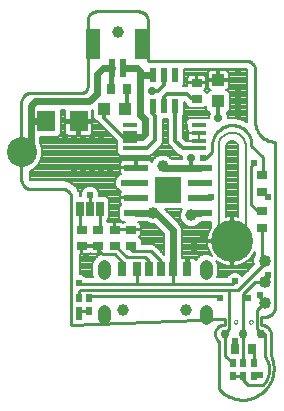
<source format=gtl>
G75*
G70*
%OFA0B0*%
%FSLAX24Y24*%
%IPPOS*%
%LPD*%
%AMOC8*
5,1,8,0,0,1.08239X$1,22.5*
%
%ADD10C,0.0050*%
%ADD11C,0.0100*%
%ADD12C,0.0000*%
%ADD13R,0.0630X0.0709*%
%ADD14R,0.0433X0.0394*%
%ADD15R,0.0394X0.0433*%
%ADD16R,0.0354X0.0250*%
%ADD17R,0.0250X0.0354*%
%ADD18R,0.0810X0.0240*%
%ADD19R,0.0900X0.0900*%
%ADD20R,0.0217X0.0472*%
%ADD21R,0.0472X0.0138*%
%ADD22R,0.0315X0.0472*%
%ADD23R,0.0299X0.0472*%
%ADD24C,0.0004*%
%ADD25C,0.0433*%
%ADD26C,0.0394*%
%ADD27R,0.0250X0.0500*%
%ADD28C,0.0400*%
%ADD29C,0.0300*%
%ADD30R,0.0236X0.0610*%
%ADD31R,0.0480X0.1000*%
%ADD32R,0.0197X0.0276*%
%ADD33C,0.1000*%
%ADD34C,0.1400*%
%ADD35C,0.0080*%
%ADD36C,0.0240*%
%ADD37C,0.0240*%
%ADD38C,0.0390*%
%ADD39C,0.0140*%
%ADD40C,0.0280*%
%ADD41C,0.0160*%
%ADD42C,0.0120*%
%ADD43C,0.0200*%
D10*
X007158Y005886D02*
X007158Y008596D01*
X007160Y008637D01*
X007165Y008677D01*
X007174Y008717D01*
X007187Y008756D01*
X007203Y008793D01*
X007222Y008829D01*
X007245Y008863D01*
X007270Y008895D01*
X007299Y008925D01*
X007329Y008952D01*
X007362Y008976D01*
X007397Y008997D01*
X007434Y009014D01*
X007472Y009029D01*
X007512Y009040D01*
X007552Y009047D01*
X007593Y009051D01*
X007633Y009051D01*
X007674Y009047D01*
X007714Y009040D01*
X007754Y009029D01*
X007792Y009014D01*
X007829Y008997D01*
X007864Y008976D01*
X007897Y008952D01*
X007927Y008925D01*
X007956Y008895D01*
X007981Y008863D01*
X008004Y008829D01*
X008023Y008793D01*
X008039Y008756D01*
X008052Y008717D01*
X008061Y008677D01*
X008066Y008637D01*
X008068Y008596D01*
X008068Y005886D01*
X008066Y005845D01*
X008061Y005805D01*
X008052Y005765D01*
X008039Y005726D01*
X008023Y005689D01*
X008004Y005653D01*
X007981Y005619D01*
X007956Y005587D01*
X007927Y005557D01*
X007897Y005530D01*
X007864Y005506D01*
X007829Y005485D01*
X007792Y005468D01*
X007754Y005453D01*
X007714Y005442D01*
X007674Y005435D01*
X007633Y005431D01*
X007593Y005431D01*
X007552Y005435D01*
X007512Y005442D01*
X007472Y005453D01*
X007434Y005468D01*
X007397Y005485D01*
X007362Y005506D01*
X007329Y005530D01*
X007299Y005557D01*
X007270Y005587D01*
X007245Y005619D01*
X007222Y005653D01*
X007203Y005689D01*
X007187Y005726D01*
X007174Y005765D01*
X007165Y005805D01*
X007160Y005845D01*
X007158Y005886D01*
D11*
X007364Y002832D02*
X002254Y002646D01*
X002254Y006898D01*
X002248Y006931D01*
X002239Y006963D01*
X002226Y006994D01*
X002210Y007023D01*
X002192Y007050D01*
X002170Y007076D01*
X002146Y007099D01*
X002120Y007119D01*
X002092Y007137D01*
X002062Y007151D01*
X002031Y007162D01*
X001999Y007170D01*
X001966Y007175D01*
X001933Y007176D01*
X001900Y007174D01*
X001899Y007174D02*
X000904Y007174D01*
X000871Y007176D01*
X000839Y007181D01*
X000807Y007189D01*
X000776Y007201D01*
X000747Y007216D01*
X000719Y007234D01*
X000693Y007255D01*
X000670Y007278D01*
X000649Y007304D01*
X000631Y007331D01*
X000616Y007361D01*
X000604Y007392D01*
X000596Y007424D01*
X000591Y007456D01*
X000589Y007489D01*
X000589Y010062D01*
X000591Y010095D01*
X000596Y010127D01*
X000604Y010159D01*
X000616Y010190D01*
X000631Y010219D01*
X000649Y010247D01*
X000670Y010273D01*
X000693Y010296D01*
X000719Y010317D01*
X000747Y010335D01*
X000776Y010350D01*
X000807Y010362D01*
X000839Y010370D01*
X000871Y010375D01*
X000904Y010377D01*
X002595Y010377D01*
X002595Y010376D02*
X002621Y010378D01*
X002646Y010383D01*
X002670Y010391D01*
X002693Y010402D01*
X002715Y010417D01*
X002734Y010434D01*
X002751Y010453D01*
X002766Y010474D01*
X002777Y010498D01*
X002785Y010522D01*
X002790Y010547D01*
X002792Y010573D01*
X002792Y012782D01*
X002794Y012815D01*
X002799Y012847D01*
X002807Y012879D01*
X002819Y012910D01*
X002834Y012939D01*
X002852Y012967D01*
X002873Y012993D01*
X002896Y013016D01*
X002922Y013037D01*
X002950Y013055D01*
X002979Y013070D01*
X003010Y013082D01*
X003042Y013090D01*
X003074Y013095D01*
X003107Y013097D01*
X004489Y013097D01*
X004522Y013095D01*
X004554Y013090D01*
X004586Y013082D01*
X004617Y013070D01*
X004646Y013055D01*
X004674Y013037D01*
X004700Y013016D01*
X004723Y012993D01*
X004744Y012967D01*
X004762Y012939D01*
X004777Y012910D01*
X004789Y012879D01*
X004797Y012847D01*
X004802Y012815D01*
X004804Y012782D01*
X004804Y011456D01*
X008073Y011456D01*
X008073Y011455D02*
X008108Y011452D01*
X008142Y011444D01*
X008175Y011433D01*
X008207Y011419D01*
X008237Y011401D01*
X008265Y011380D01*
X008291Y011356D01*
X008315Y011330D01*
X008335Y011302D01*
X008352Y011271D01*
X008367Y011239D01*
X008377Y011206D01*
X008384Y011171D01*
X008388Y011136D01*
X008387Y011101D01*
X008388Y011101D02*
X008388Y009382D01*
X008250Y008596D02*
X008650Y008246D01*
X008650Y007637D01*
X008600Y007637D01*
X008250Y007946D02*
X008350Y008046D01*
X008250Y007946D02*
X008250Y006646D01*
X008459Y006437D01*
X008600Y006437D01*
X008794Y006896D02*
X008600Y007090D01*
X008794Y006896D02*
X008800Y006896D01*
X008600Y005890D02*
X008600Y004884D01*
X008700Y004784D01*
X008687Y004684D01*
X007800Y003796D01*
X007500Y003796D01*
X002550Y003796D01*
X002500Y003746D01*
X002500Y003525D01*
X002550Y003996D02*
X004450Y003996D01*
X004438Y004008D01*
X004438Y004504D01*
X004700Y004896D02*
X004100Y004896D01*
X003723Y005273D01*
X003700Y005273D01*
X003700Y004996D02*
X003954Y004742D01*
X003954Y004504D01*
X003700Y004996D02*
X003300Y004996D01*
X003150Y005146D01*
X003150Y005273D01*
X003150Y005820D02*
X003195Y005865D01*
X003195Y006521D01*
X002875Y006521D02*
X002875Y006971D01*
X002555Y006521D02*
X002555Y005865D01*
X002600Y005820D01*
X002500Y004046D02*
X002550Y003996D01*
X002900Y003596D02*
X007150Y003596D01*
X007200Y003546D01*
X007500Y003796D02*
X007500Y002496D01*
X007387Y002384D01*
X007387Y002346D01*
X007387Y001613D01*
X007637Y001363D01*
X007167Y000520D02*
X007209Y000473D01*
X007254Y000428D01*
X007302Y000387D01*
X007352Y000348D01*
X007405Y000312D01*
X007459Y000280D01*
X007516Y000251D01*
X007574Y000225D01*
X007633Y000203D01*
X007694Y000185D01*
X007756Y000170D01*
X007819Y000160D01*
X007882Y000153D01*
X007945Y000150D01*
X008009Y000151D01*
X008072Y000156D01*
X008135Y000165D01*
X008197Y000177D01*
X008258Y000194D01*
X008318Y000214D01*
X008377Y000237D01*
X008435Y000265D01*
X008490Y000295D01*
X008544Y000329D01*
X008595Y000367D01*
X008644Y000407D01*
X008690Y000450D01*
X008734Y000496D01*
X008775Y000545D01*
X008813Y000596D01*
X008847Y000649D01*
X008878Y000705D01*
X008906Y000762D01*
X008930Y000820D01*
X008951Y000880D01*
X008968Y000942D01*
X008981Y001004D01*
X008990Y001066D01*
X008995Y001130D01*
X008997Y001193D01*
X008995Y001257D01*
X008988Y001320D01*
X008978Y001382D01*
X008964Y001444D01*
X008947Y001505D01*
X008925Y001565D01*
X008900Y001623D01*
X008900Y002331D01*
X008700Y002346D02*
X008650Y002296D01*
X008587Y002346D01*
X008587Y002359D01*
X008450Y002496D01*
X008450Y003146D01*
X008687Y003384D01*
X008700Y003384D01*
X008550Y003534D01*
X008550Y003646D01*
X009057Y003294D02*
X009055Y003255D01*
X009049Y003217D01*
X009040Y003180D01*
X009027Y003143D01*
X009010Y003108D01*
X008991Y003075D01*
X008968Y003044D01*
X008942Y003015D01*
X008913Y002989D01*
X008882Y002966D01*
X008849Y002947D01*
X008814Y002930D01*
X008777Y002917D01*
X008740Y002908D01*
X008702Y002902D01*
X008663Y002900D01*
X008663Y002901D02*
X008585Y002901D01*
X008585Y002646D01*
X008618Y002644D01*
X008650Y002639D01*
X008682Y002631D01*
X008713Y002619D01*
X008742Y002604D01*
X008770Y002586D01*
X008796Y002565D01*
X008819Y002542D01*
X008840Y002516D01*
X008858Y002488D01*
X008873Y002459D01*
X008885Y002428D01*
X008893Y002396D01*
X008898Y002364D01*
X008900Y002331D01*
X008700Y002346D02*
X008700Y001596D01*
X008337Y001770D02*
X008337Y001363D01*
X008700Y001596D02*
X008730Y001554D01*
X008756Y001510D01*
X008780Y001464D01*
X008800Y001416D01*
X008817Y001367D01*
X008830Y001317D01*
X008840Y001267D01*
X008846Y001215D01*
X008849Y001164D01*
X008848Y001112D01*
X008843Y001061D01*
X008835Y001010D01*
X008824Y000959D01*
X008809Y000910D01*
X008790Y000862D01*
X008768Y000815D01*
X008743Y000770D01*
X008715Y000726D01*
X008684Y000685D01*
X008650Y000646D01*
X008150Y000646D01*
X007987Y000809D01*
X007987Y000930D01*
X007637Y000930D01*
X007987Y001363D02*
X007987Y002346D01*
X007987Y003546D01*
X008150Y003546D01*
X007987Y003546D02*
X007987Y003684D01*
X008387Y004084D01*
X008700Y004084D01*
X008700Y004096D01*
X008800Y004196D01*
X008800Y004296D01*
X009057Y003294D02*
X009057Y008752D01*
X009057Y008751D02*
X009008Y008752D01*
X008960Y008756D01*
X008912Y008763D01*
X008864Y008774D01*
X008818Y008789D01*
X008773Y008807D01*
X008729Y008828D01*
X008687Y008853D01*
X008647Y008881D01*
X008610Y008911D01*
X008574Y008945D01*
X008541Y008981D01*
X008511Y009019D01*
X008484Y009059D01*
X008460Y009101D01*
X008439Y009145D01*
X008422Y009191D01*
X008408Y009237D01*
X008397Y009285D01*
X008391Y009333D01*
X008387Y009381D01*
X007700Y009296D02*
X007550Y009296D01*
X007700Y009296D02*
X007749Y009288D01*
X007797Y009276D01*
X007844Y009261D01*
X007889Y009242D01*
X007933Y009219D01*
X007975Y009193D01*
X008015Y009164D01*
X008053Y009132D01*
X008088Y009097D01*
X008120Y009060D01*
X008149Y009020D01*
X008174Y008977D01*
X008197Y008933D01*
X008215Y008888D01*
X008231Y008841D01*
X008242Y008793D01*
X008250Y008744D01*
X008254Y008695D01*
X008253Y008645D01*
X008250Y008596D01*
X007550Y009296D02*
X007502Y009291D01*
X007454Y009281D01*
X007407Y009269D01*
X007361Y009252D01*
X007316Y009233D01*
X007273Y009210D01*
X007232Y009184D01*
X007192Y009155D01*
X007156Y009123D01*
X007121Y009089D01*
X007089Y009052D01*
X007061Y009012D01*
X007035Y008971D01*
X007012Y008928D01*
X006993Y008883D01*
X006977Y008837D01*
X006964Y008790D01*
X006955Y008742D01*
X006950Y008693D01*
X006948Y008645D01*
X006950Y008596D01*
X006950Y008421D01*
X006750Y008221D01*
X006650Y008221D01*
X006650Y007381D02*
X006650Y007360D01*
X006530Y007380D01*
X006530Y006880D02*
X006884Y006880D01*
X006900Y006896D01*
X004900Y005096D02*
X005233Y004763D01*
X005233Y004504D01*
X004840Y004504D02*
X004840Y004757D01*
X004700Y004896D01*
X004900Y005096D02*
X004300Y005096D01*
X004250Y005146D01*
X004250Y005273D01*
X004450Y003996D02*
X005600Y003996D01*
X005635Y004031D01*
X005635Y004504D01*
X005600Y003996D02*
X007600Y003996D01*
X007700Y004096D01*
X007364Y002832D02*
X007364Y002646D01*
X007330Y002647D01*
X007296Y002644D01*
X007262Y002637D01*
X007229Y002626D01*
X007198Y002611D01*
X007169Y002593D01*
X007142Y002572D01*
X007117Y002548D01*
X007096Y002522D01*
X007077Y002493D01*
X007062Y002462D01*
X007050Y002430D01*
X007043Y002396D01*
X007039Y002362D01*
X007038Y002328D01*
X007042Y002293D01*
X007050Y002260D01*
X007061Y002228D01*
X007076Y002197D01*
X007095Y002168D01*
X007116Y002141D01*
X007141Y002117D01*
X007168Y002096D01*
X007167Y002095D02*
X007167Y000520D01*
X007714Y001846D02*
X007700Y001860D01*
X007700Y002096D01*
X008261Y001846D02*
X008337Y001770D01*
X008387Y000980D02*
X008533Y000980D01*
X008387Y000980D02*
X008374Y000978D01*
X008362Y000973D01*
X008352Y000965D01*
X008344Y000955D01*
X008339Y000943D01*
X008337Y000930D01*
X004376Y007346D02*
X004000Y007381D01*
X004376Y007346D02*
X004410Y007380D01*
X002900Y003596D02*
X002871Y003567D01*
X002871Y003546D01*
X002850Y003525D01*
X002850Y003546D01*
X002850Y003092D02*
X002500Y003092D01*
X002500Y002896D01*
D12*
X007670Y002746D02*
X007672Y002761D01*
X007677Y002775D01*
X007686Y002787D01*
X007698Y002797D01*
X007711Y002803D01*
X007726Y002806D01*
X007741Y002805D01*
X007756Y002800D01*
X007768Y002792D01*
X007779Y002781D01*
X007786Y002768D01*
X007790Y002754D01*
X007790Y002738D01*
X007786Y002724D01*
X007779Y002711D01*
X007768Y002700D01*
X007756Y002692D01*
X007741Y002687D01*
X007726Y002686D01*
X007711Y002689D01*
X007698Y002695D01*
X007686Y002705D01*
X007677Y002717D01*
X007672Y002731D01*
X007670Y002746D01*
X008180Y002746D02*
X008182Y002761D01*
X008187Y002775D01*
X008196Y002787D01*
X008208Y002797D01*
X008221Y002803D01*
X008236Y002806D01*
X008251Y002805D01*
X008266Y002800D01*
X008278Y002792D01*
X008289Y002781D01*
X008296Y002768D01*
X008300Y002754D01*
X008300Y002738D01*
X008296Y002724D01*
X008289Y002711D01*
X008278Y002700D01*
X008266Y002692D01*
X008251Y002687D01*
X008236Y002686D01*
X008221Y002689D01*
X008208Y002695D01*
X008196Y002705D01*
X008187Y002717D01*
X008182Y002731D01*
X008180Y002746D01*
D13*
X002496Y009426D03*
X001414Y009426D03*
D14*
X007150Y010092D03*
X007150Y010801D03*
D15*
X004056Y009846D03*
X003347Y009846D03*
D16*
X003150Y005820D03*
X003150Y005273D03*
X003700Y005273D03*
X003700Y005820D03*
X004250Y005820D03*
X004250Y005273D03*
X002600Y005273D03*
X002600Y005820D03*
X006433Y010173D03*
X006433Y010720D03*
X008600Y007637D03*
X008600Y007090D03*
X008600Y006437D03*
X008600Y005890D03*
D17*
X008261Y001846D03*
X007714Y001846D03*
X004117Y010496D03*
X003570Y010496D03*
D18*
X004410Y007880D03*
X004410Y007380D03*
X004410Y006880D03*
X004410Y006380D03*
X006530Y006380D03*
X006530Y006880D03*
X006530Y007380D03*
X006530Y007880D03*
D19*
X005470Y007130D03*
D20*
X005350Y009934D03*
X004976Y009934D03*
X004976Y010958D03*
X005350Y010958D03*
X005724Y010958D03*
X005724Y009934D03*
D21*
X006502Y009301D03*
X006502Y009045D03*
X006502Y008789D03*
X006502Y008533D03*
X004198Y008533D03*
X004198Y008789D03*
X004198Y009045D03*
X004198Y009301D03*
D22*
X004438Y004504D03*
X003954Y004504D03*
X005635Y004504D03*
X006119Y004504D03*
D23*
X005233Y004504D03*
X004840Y004504D03*
D24*
X003454Y004600D02*
X003454Y004356D01*
X003452Y004336D01*
X003447Y004316D01*
X003438Y004297D01*
X003426Y004280D01*
X003412Y004266D01*
X003395Y004254D01*
X003376Y004245D01*
X003356Y004240D01*
X003336Y004238D01*
X003316Y004240D01*
X003296Y004245D01*
X003277Y004254D01*
X003260Y004266D01*
X003246Y004280D01*
X003234Y004297D01*
X003225Y004316D01*
X003220Y004336D01*
X003218Y004356D01*
X003218Y004600D01*
X003220Y004620D01*
X003225Y004640D01*
X003234Y004659D01*
X003246Y004676D01*
X003260Y004690D01*
X003277Y004702D01*
X003296Y004711D01*
X003316Y004716D01*
X003336Y004718D01*
X003356Y004716D01*
X003376Y004711D01*
X003395Y004702D01*
X003412Y004690D01*
X003426Y004676D01*
X003438Y004659D01*
X003447Y004640D01*
X003452Y004620D01*
X003454Y004600D01*
X003454Y003104D02*
X003454Y002860D01*
X003452Y002840D01*
X003447Y002820D01*
X003438Y002801D01*
X003426Y002784D01*
X003412Y002770D01*
X003395Y002758D01*
X003376Y002749D01*
X003356Y002744D01*
X003336Y002742D01*
X003316Y002744D01*
X003296Y002749D01*
X003277Y002758D01*
X003260Y002770D01*
X003246Y002784D01*
X003234Y002801D01*
X003225Y002820D01*
X003220Y002840D01*
X003218Y002860D01*
X003218Y003104D01*
X003220Y003124D01*
X003225Y003144D01*
X003234Y003163D01*
X003246Y003180D01*
X003260Y003194D01*
X003277Y003206D01*
X003296Y003215D01*
X003316Y003220D01*
X003336Y003222D01*
X003356Y003220D01*
X003376Y003215D01*
X003395Y003206D01*
X003412Y003194D01*
X003426Y003180D01*
X003438Y003163D01*
X003447Y003144D01*
X003452Y003124D01*
X003454Y003104D01*
X006619Y003104D02*
X006619Y002860D01*
X006621Y002840D01*
X006626Y002820D01*
X006635Y002801D01*
X006647Y002784D01*
X006661Y002770D01*
X006678Y002758D01*
X006697Y002749D01*
X006717Y002744D01*
X006737Y002742D01*
X006757Y002744D01*
X006777Y002749D01*
X006796Y002758D01*
X006813Y002770D01*
X006827Y002784D01*
X006839Y002801D01*
X006848Y002820D01*
X006853Y002840D01*
X006855Y002860D01*
X006855Y003104D01*
X006853Y003124D01*
X006848Y003144D01*
X006839Y003163D01*
X006827Y003180D01*
X006813Y003194D01*
X006796Y003206D01*
X006777Y003215D01*
X006757Y003220D01*
X006737Y003222D01*
X006717Y003220D01*
X006697Y003215D01*
X006678Y003206D01*
X006661Y003194D01*
X006647Y003180D01*
X006635Y003163D01*
X006626Y003144D01*
X006621Y003124D01*
X006619Y003104D01*
X006619Y004356D02*
X006619Y004600D01*
X006621Y004620D01*
X006626Y004640D01*
X006635Y004659D01*
X006647Y004676D01*
X006661Y004690D01*
X006678Y004702D01*
X006697Y004711D01*
X006717Y004716D01*
X006737Y004718D01*
X006757Y004716D01*
X006777Y004711D01*
X006796Y004702D01*
X006813Y004690D01*
X006827Y004676D01*
X006839Y004659D01*
X006848Y004640D01*
X006853Y004620D01*
X006855Y004600D01*
X006855Y004356D01*
X006853Y004336D01*
X006848Y004316D01*
X006839Y004297D01*
X006827Y004280D01*
X006813Y004266D01*
X006796Y004254D01*
X006777Y004245D01*
X006757Y004240D01*
X006737Y004238D01*
X006717Y004240D01*
X006697Y004245D01*
X006678Y004254D01*
X006661Y004266D01*
X006647Y004280D01*
X006635Y004297D01*
X006626Y004316D01*
X006621Y004336D01*
X006619Y004356D01*
D25*
X006737Y004594D02*
X006737Y004594D01*
X006737Y004358D01*
X006737Y004358D01*
X006737Y004594D01*
X006737Y003098D02*
X006737Y003098D01*
X006737Y002862D01*
X006737Y002862D01*
X006737Y003098D01*
X003336Y003098D02*
X003336Y003098D01*
X003336Y002862D01*
X003336Y002862D01*
X003336Y003098D01*
X003336Y004594D02*
X003336Y004594D01*
X003336Y004358D01*
X003336Y004358D01*
X003336Y004594D01*
D26*
X003987Y003146D03*
X006072Y003146D03*
X003793Y012396D03*
D27*
X003195Y006521D03*
X002875Y006521D03*
X002555Y006521D03*
D28*
X008700Y004784D03*
X008700Y004084D03*
X008700Y003384D03*
D29*
X008587Y002346D03*
X007987Y002346D03*
X007387Y002346D03*
D30*
X003990Y011202D03*
X003597Y011202D03*
D31*
X002985Y011996D03*
X004602Y011996D03*
D32*
X002850Y003525D03*
X002500Y003525D03*
X002500Y003092D03*
X002850Y003092D03*
X007637Y001363D03*
X007987Y001363D03*
X008337Y001363D03*
X008337Y000930D03*
X007987Y000930D03*
X007637Y000930D03*
D33*
X000600Y008396D03*
D34*
X007615Y005436D03*
D35*
X007650Y005700D02*
X007576Y005700D01*
X007575Y005700D01*
X007575Y006276D01*
X007560Y006276D01*
X007451Y006262D01*
X007423Y006255D01*
X007423Y008596D01*
X007427Y008633D01*
X007455Y008702D01*
X007508Y008754D01*
X007576Y008783D01*
X007650Y008783D01*
X007719Y008754D01*
X007771Y008702D01*
X007800Y008633D01*
X007803Y008596D01*
X007803Y006255D01*
X007779Y006262D01*
X007670Y006276D01*
X007655Y006276D01*
X007655Y005702D01*
X007650Y005700D01*
X007655Y005708D02*
X007575Y005708D01*
X007575Y005786D02*
X007655Y005786D01*
X007655Y005865D02*
X007575Y005865D01*
X007575Y005943D02*
X007655Y005943D01*
X007655Y006022D02*
X007575Y006022D01*
X007575Y006100D02*
X007655Y006100D01*
X007655Y006179D02*
X007575Y006179D01*
X007575Y006257D02*
X007655Y006257D01*
X007796Y006257D02*
X007803Y006257D01*
X007803Y006336D02*
X007423Y006336D01*
X007423Y006414D02*
X007803Y006414D01*
X007803Y006493D02*
X007423Y006493D01*
X007423Y006571D02*
X007803Y006571D01*
X007803Y006650D02*
X007423Y006650D01*
X007423Y006728D02*
X007803Y006728D01*
X007803Y006807D02*
X007423Y006807D01*
X007423Y006885D02*
X007803Y006885D01*
X007803Y006964D02*
X007423Y006964D01*
X007423Y007042D02*
X007803Y007042D01*
X007803Y007121D02*
X007423Y007121D01*
X007423Y007199D02*
X007803Y007199D01*
X007803Y007278D02*
X007423Y007278D01*
X007423Y007356D02*
X007803Y007356D01*
X007803Y007435D02*
X007423Y007435D01*
X007423Y007513D02*
X007803Y007513D01*
X007803Y007592D02*
X007423Y007592D01*
X007423Y007670D02*
X007803Y007670D01*
X007803Y007749D02*
X007423Y007749D01*
X007423Y007827D02*
X007803Y007827D01*
X007803Y007906D02*
X007423Y007906D01*
X007423Y007984D02*
X007803Y007984D01*
X007803Y008063D02*
X007423Y008063D01*
X007423Y008141D02*
X007803Y008141D01*
X007803Y008220D02*
X007423Y008220D01*
X007423Y008298D02*
X007803Y008298D01*
X007803Y008377D02*
X007423Y008377D01*
X007423Y008455D02*
X007803Y008455D01*
X007803Y008534D02*
X007423Y008534D01*
X007425Y008612D02*
X007802Y008612D01*
X007776Y008691D02*
X007451Y008691D01*
X007544Y008769D02*
X007683Y008769D01*
X008087Y009397D02*
X008097Y009397D01*
X008097Y009392D02*
X007897Y009504D01*
X007806Y009515D01*
X007795Y009526D01*
X007714Y009526D01*
X007633Y009536D01*
X007628Y009532D01*
X007627Y009533D01*
X007541Y009526D01*
X007470Y009526D01*
X007470Y009610D01*
X007427Y009715D01*
X007441Y009715D01*
X007547Y009820D01*
X007547Y010363D01*
X007441Y010468D01*
X007401Y010468D01*
X007421Y010474D01*
X007452Y010492D01*
X007479Y010518D01*
X007497Y010550D01*
X007507Y010586D01*
X007507Y010761D01*
X007190Y010761D01*
X007190Y010841D01*
X007110Y010841D01*
X007110Y011138D01*
X006915Y011138D01*
X006879Y011128D01*
X006848Y011110D01*
X006821Y011084D01*
X006803Y011052D01*
X006793Y011016D01*
X006793Y010841D01*
X007110Y010841D01*
X007110Y010761D01*
X006793Y010761D01*
X006793Y010586D01*
X006803Y010550D01*
X006821Y010518D01*
X006848Y010492D01*
X006879Y010474D01*
X006899Y010468D01*
X006859Y010468D01*
X006776Y010386D01*
X006686Y010477D01*
X006696Y010483D01*
X006722Y010509D01*
X006740Y010541D01*
X006750Y010576D01*
X006750Y010697D01*
X006455Y010697D01*
X006455Y010742D01*
X006410Y010742D01*
X006410Y010697D01*
X006116Y010697D01*
X006116Y010596D01*
X005961Y010596D01*
X006012Y010647D01*
X006012Y011166D01*
X008059Y011166D01*
X008065Y011165D01*
X008080Y011157D01*
X008092Y011144D01*
X008098Y011128D01*
X008098Y011110D01*
X008095Y011061D01*
X008098Y011053D01*
X008098Y009435D01*
X008096Y009431D01*
X008097Y009392D01*
X008098Y009476D02*
X007948Y009476D01*
X007897Y009504D02*
X007897Y009504D01*
X008098Y009554D02*
X007470Y009554D01*
X007461Y009633D02*
X008098Y009633D01*
X008098Y009711D02*
X007428Y009711D01*
X007516Y009790D02*
X008098Y009790D01*
X008098Y009868D02*
X007547Y009868D01*
X007547Y009947D02*
X008098Y009947D01*
X008098Y010025D02*
X007547Y010025D01*
X007547Y010104D02*
X008098Y010104D01*
X008098Y010182D02*
X007547Y010182D01*
X007547Y010261D02*
X008098Y010261D01*
X008098Y010339D02*
X007547Y010339D01*
X007492Y010418D02*
X008098Y010418D01*
X008098Y010496D02*
X007457Y010496D01*
X007504Y010575D02*
X008098Y010575D01*
X008098Y010653D02*
X007507Y010653D01*
X007507Y010732D02*
X008098Y010732D01*
X008098Y010810D02*
X007190Y010810D01*
X007190Y010841D02*
X007507Y010841D01*
X007507Y011016D01*
X007497Y011052D01*
X007479Y011084D01*
X007452Y011110D01*
X007421Y011128D01*
X007385Y011138D01*
X007190Y011138D01*
X007190Y010841D01*
X007190Y010889D02*
X007110Y010889D01*
X007110Y010967D02*
X007190Y010967D01*
X007190Y011046D02*
X007110Y011046D01*
X007110Y011124D02*
X007190Y011124D01*
X007427Y011124D02*
X008098Y011124D01*
X008098Y011046D02*
X007499Y011046D01*
X007507Y010967D02*
X008098Y010967D01*
X008098Y010889D02*
X007507Y010889D01*
X007110Y010810D02*
X006750Y010810D01*
X006750Y010863D02*
X006750Y010742D01*
X006455Y010742D01*
X006455Y010985D01*
X006628Y010985D01*
X006664Y010975D01*
X006696Y010957D01*
X006722Y010931D01*
X006740Y010899D01*
X006750Y010863D01*
X006743Y010889D02*
X006793Y010889D01*
X006793Y010967D02*
X006677Y010967D01*
X006801Y011046D02*
X006012Y011046D01*
X006012Y011124D02*
X006873Y011124D01*
X006793Y010732D02*
X006455Y010732D01*
X006410Y010732D02*
X006012Y010732D01*
X006012Y010810D02*
X006116Y010810D01*
X006116Y010863D02*
X006116Y010742D01*
X006410Y010742D01*
X006410Y010985D01*
X006237Y010985D01*
X006201Y010975D01*
X006170Y010957D01*
X006143Y010931D01*
X006125Y010899D01*
X006116Y010863D01*
X006122Y010889D02*
X006012Y010889D01*
X006012Y010967D02*
X006188Y010967D01*
X006410Y010967D02*
X006455Y010967D01*
X006455Y010889D02*
X006410Y010889D01*
X006410Y010810D02*
X006455Y010810D01*
X006710Y010496D02*
X006843Y010496D01*
X006808Y010418D02*
X006745Y010418D01*
X006749Y010575D02*
X006796Y010575D01*
X006793Y010653D02*
X006750Y010653D01*
X006753Y009937D02*
X006753Y009820D01*
X006859Y009715D01*
X006873Y009715D01*
X006830Y009610D01*
X006830Y009532D01*
X006812Y009550D01*
X006191Y009550D01*
X006085Y009444D01*
X006085Y009157D01*
X006125Y009117D01*
X006125Y009045D01*
X006502Y009045D01*
X006502Y008836D01*
X006502Y008789D01*
X006502Y008789D01*
X006502Y009045D01*
X006502Y009045D01*
X006502Y009045D01*
X006125Y009045D01*
X006125Y008957D01*
X006135Y008922D01*
X006138Y008917D01*
X006135Y008912D01*
X006125Y008876D01*
X006125Y008789D01*
X006502Y008789D01*
X006502Y008789D01*
X006125Y008789D01*
X006125Y008783D01*
X006067Y008783D01*
X005974Y008876D01*
X005974Y009585D01*
X006012Y009624D01*
X006012Y010080D01*
X006038Y010055D01*
X006076Y010017D01*
X006076Y009973D01*
X006181Y009868D01*
X006684Y009868D01*
X006753Y009937D01*
X006753Y009868D02*
X006685Y009868D01*
X006784Y009790D02*
X006012Y009790D01*
X006012Y009868D02*
X006181Y009868D01*
X006102Y009947D02*
X006012Y009947D01*
X006012Y010025D02*
X006067Y010025D01*
X006012Y009711D02*
X006872Y009711D01*
X006839Y009633D02*
X006012Y009633D01*
X005974Y009554D02*
X006830Y009554D01*
X006502Y009005D02*
X006502Y009005D01*
X006502Y008926D02*
X006502Y008926D01*
X006502Y008848D02*
X006502Y008848D01*
X006134Y008926D02*
X005974Y008926D01*
X005974Y009005D02*
X006125Y009005D01*
X006125Y009083D02*
X005974Y009083D01*
X005974Y009162D02*
X006085Y009162D01*
X006085Y009240D02*
X005974Y009240D01*
X005974Y009319D02*
X006085Y009319D01*
X006085Y009397D02*
X005974Y009397D01*
X005974Y009476D02*
X006117Y009476D01*
X006125Y008848D02*
X006002Y008848D01*
X005687Y008455D02*
X005063Y008455D01*
X005141Y008534D02*
X005609Y008534D01*
X005530Y008612D02*
X005220Y008612D01*
X005192Y008584D02*
X005262Y008655D01*
X005300Y008747D01*
X005300Y009518D01*
X005474Y009518D01*
X005474Y008723D01*
X005512Y008631D01*
X005822Y008321D01*
X005914Y008283D01*
X005940Y008283D01*
X005930Y008260D01*
X005930Y008180D01*
X005596Y008180D01*
X005512Y008264D01*
X005375Y008321D01*
X005225Y008321D01*
X005088Y008264D01*
X004982Y008159D01*
X004941Y008061D01*
X004927Y008086D01*
X004901Y008112D01*
X004869Y008131D01*
X004833Y008140D01*
X004430Y008140D01*
X004430Y007900D01*
X004390Y007900D01*
X004390Y008140D01*
X003986Y008140D01*
X003951Y008131D01*
X003919Y008112D01*
X003893Y008086D01*
X003874Y008054D01*
X003865Y008019D01*
X003865Y007900D01*
X004390Y007900D01*
X004390Y007860D01*
X003865Y007860D01*
X003865Y007742D01*
X003874Y007706D01*
X003893Y007674D01*
X003902Y007665D01*
X003830Y007636D01*
X003746Y007551D01*
X003700Y007441D01*
X003700Y007322D01*
X003746Y007211D01*
X003830Y007127D01*
X003903Y007097D01*
X003893Y007086D01*
X003874Y007054D01*
X003865Y007019D01*
X003865Y006900D01*
X004390Y006900D01*
X004390Y006860D01*
X003865Y006860D01*
X003865Y006742D01*
X003874Y006706D01*
X003893Y006674D01*
X003908Y006658D01*
X003825Y006575D01*
X003825Y006186D01*
X003930Y006080D01*
X004038Y006080D01*
X004019Y006075D01*
X003987Y006057D01*
X003975Y006045D01*
X003963Y006057D01*
X003931Y006075D01*
X003896Y006085D01*
X003723Y006085D01*
X003723Y005842D01*
X003933Y005842D01*
X004227Y005842D01*
X004227Y005797D01*
X003723Y005797D01*
X003723Y005842D01*
X003677Y005842D01*
X003677Y006085D01*
X003504Y006085D01*
X003469Y006075D01*
X003458Y006069D01*
X003425Y006101D01*
X003425Y006121D01*
X003500Y006196D01*
X003500Y006845D01*
X003395Y006951D01*
X003175Y006951D01*
X003175Y007031D01*
X003129Y007141D01*
X003045Y007226D01*
X002935Y007271D01*
X002815Y007271D01*
X002705Y007226D01*
X002621Y007141D01*
X002575Y007031D01*
X002575Y006951D01*
X002544Y006951D01*
X002544Y006956D01*
X002536Y006973D01*
X002526Y007054D01*
X002526Y007054D01*
X002407Y007264D01*
X002407Y007264D01*
X002407Y007264D01*
X002216Y007413D01*
X001983Y007477D01*
X001881Y007464D01*
X000904Y007464D01*
X000899Y007464D01*
X000890Y007468D01*
X000884Y007475D01*
X000880Y007484D01*
X000879Y007489D01*
X000879Y007776D01*
X000985Y007820D01*
X001176Y008011D01*
X001280Y008261D01*
X001280Y008532D01*
X001200Y008725D01*
X001200Y008891D01*
X001803Y008891D01*
X001909Y008997D01*
X001909Y009796D01*
X002041Y009796D01*
X002041Y009466D01*
X002456Y009466D01*
X002456Y009386D01*
X002041Y009386D01*
X002041Y009053D01*
X002051Y009017D01*
X002069Y008986D01*
X002095Y008959D01*
X002127Y008941D01*
X002163Y008931D01*
X002456Y008931D01*
X002456Y009386D01*
X002536Y009386D01*
X002536Y008931D01*
X002830Y008931D01*
X002865Y008941D01*
X002897Y008959D01*
X002923Y008986D01*
X002942Y009017D01*
X002951Y009053D01*
X002951Y009386D01*
X002536Y009386D01*
X002536Y009466D01*
X002951Y009466D01*
X002951Y009799D01*
X002948Y009812D01*
X002970Y009821D01*
X002970Y009555D01*
X003076Y009450D01*
X003119Y009450D01*
X003138Y009405D01*
X003208Y009334D01*
X003782Y008761D01*
X003782Y008389D01*
X003888Y008284D01*
X004146Y008284D01*
X004149Y008283D01*
X004836Y008283D01*
X004928Y008321D01*
X005192Y008584D01*
X005277Y008691D02*
X005487Y008691D01*
X005474Y008769D02*
X005300Y008769D01*
X005300Y008848D02*
X005474Y008848D01*
X005474Y008926D02*
X005300Y008926D01*
X005300Y009005D02*
X005474Y009005D01*
X005474Y009083D02*
X005300Y009083D01*
X005300Y009162D02*
X005474Y009162D01*
X005474Y009240D02*
X005300Y009240D01*
X005300Y009319D02*
X005474Y009319D01*
X005474Y009397D02*
X005300Y009397D01*
X005300Y009476D02*
X005474Y009476D01*
X006012Y010653D02*
X006116Y010653D01*
X005766Y008377D02*
X004984Y008377D01*
X004874Y008298D02*
X005170Y008298D01*
X005043Y008220D02*
X001263Y008220D01*
X001280Y008298D02*
X003873Y008298D01*
X003795Y008377D02*
X001280Y008377D01*
X001280Y008455D02*
X003782Y008455D01*
X003782Y008534D02*
X001279Y008534D01*
X001247Y008612D02*
X003782Y008612D01*
X003782Y008691D02*
X001214Y008691D01*
X001200Y008769D02*
X003773Y008769D01*
X003695Y008848D02*
X001200Y008848D01*
X001230Y008141D02*
X004975Y008141D01*
X004942Y008063D02*
X004940Y008063D01*
X005430Y008298D02*
X005876Y008298D01*
X005930Y008220D02*
X005557Y008220D01*
X004430Y008063D02*
X004390Y008063D01*
X004390Y007984D02*
X004430Y007984D01*
X004430Y007906D02*
X004390Y007906D01*
X003897Y007670D02*
X000879Y007670D01*
X000879Y007592D02*
X003786Y007592D01*
X003730Y007513D02*
X000879Y007513D01*
X000890Y007468D02*
X000890Y007468D01*
X000879Y007749D02*
X003865Y007749D01*
X003865Y007827D02*
X000993Y007827D01*
X001071Y007906D02*
X003865Y007906D01*
X003865Y007984D02*
X001150Y007984D01*
X001198Y008063D02*
X003879Y008063D01*
X003700Y007435D02*
X002135Y007435D01*
X002216Y007413D02*
X002216Y007413D01*
X002288Y007356D02*
X003700Y007356D01*
X003718Y007278D02*
X002389Y007278D01*
X002444Y007199D02*
X002679Y007199D01*
X002612Y007121D02*
X002488Y007121D01*
X002528Y007042D02*
X002580Y007042D01*
X002575Y006964D02*
X002540Y006964D01*
X003071Y007199D02*
X003758Y007199D01*
X003845Y007121D02*
X003138Y007121D01*
X003170Y007042D02*
X003871Y007042D01*
X003865Y006964D02*
X003175Y006964D01*
X003460Y006885D02*
X004390Y006885D01*
X003900Y006650D02*
X003500Y006650D01*
X003500Y006728D02*
X003868Y006728D01*
X003865Y006807D02*
X003500Y006807D01*
X003500Y006571D02*
X003825Y006571D01*
X003825Y006493D02*
X003500Y006493D01*
X003500Y006414D02*
X003825Y006414D01*
X003825Y006336D02*
X003500Y006336D01*
X003500Y006257D02*
X003825Y006257D01*
X003831Y006179D02*
X003483Y006179D01*
X003426Y006100D02*
X003910Y006100D01*
X003723Y006022D02*
X003677Y006022D01*
X003677Y005943D02*
X003723Y005943D01*
X003723Y005865D02*
X003677Y005865D01*
X003173Y005250D02*
X003173Y005008D01*
X003346Y005008D01*
X003381Y005017D01*
X003392Y005024D01*
X003433Y004983D01*
X003415Y004991D01*
X003257Y004991D01*
X003111Y004930D01*
X003000Y004819D01*
X002939Y004673D01*
X002939Y004279D01*
X002961Y004226D01*
X002744Y004226D01*
X002670Y004301D01*
X002560Y004346D01*
X002544Y004346D01*
X002544Y005008D01*
X002577Y005008D01*
X002577Y005250D01*
X002623Y005250D01*
X002623Y005295D01*
X002917Y005295D01*
X003127Y005295D01*
X003127Y005250D01*
X002623Y005250D01*
X002623Y005008D01*
X002796Y005008D01*
X002831Y005017D01*
X002863Y005036D01*
X002875Y005048D01*
X002887Y005036D01*
X002919Y005017D01*
X002954Y005008D01*
X003127Y005008D01*
X003127Y005250D01*
X003173Y005250D01*
X003173Y005237D02*
X003127Y005237D01*
X003127Y005158D02*
X003173Y005158D01*
X003173Y005080D02*
X003127Y005080D01*
X003103Y004923D02*
X002544Y004923D01*
X002544Y005001D02*
X003415Y005001D01*
X003025Y004844D02*
X002544Y004844D01*
X002544Y004766D02*
X002978Y004766D01*
X002945Y004687D02*
X002544Y004687D01*
X002544Y004609D02*
X002939Y004609D01*
X002939Y004530D02*
X002544Y004530D01*
X002544Y004452D02*
X002939Y004452D01*
X002939Y004373D02*
X002544Y004373D01*
X002676Y004295D02*
X002939Y004295D01*
X002623Y005080D02*
X002577Y005080D01*
X002577Y005158D02*
X002623Y005158D01*
X002623Y005237D02*
X002577Y005237D01*
X001983Y007477D02*
X001983Y007477D01*
X001838Y008926D02*
X003616Y008926D01*
X003538Y009005D02*
X002934Y009005D01*
X002951Y009083D02*
X003459Y009083D01*
X003381Y009162D02*
X002951Y009162D01*
X002951Y009240D02*
X003302Y009240D01*
X003224Y009319D02*
X002951Y009319D01*
X002951Y009476D02*
X003049Y009476D01*
X002971Y009554D02*
X002951Y009554D01*
X002951Y009633D02*
X002970Y009633D01*
X002970Y009711D02*
X002951Y009711D01*
X002951Y009790D02*
X002970Y009790D01*
X003145Y009397D02*
X002536Y009397D01*
X002536Y009319D02*
X002456Y009319D01*
X002456Y009397D02*
X001909Y009397D01*
X001909Y009319D02*
X002041Y009319D01*
X002041Y009240D02*
X001909Y009240D01*
X001909Y009162D02*
X002041Y009162D01*
X002041Y009083D02*
X001909Y009083D01*
X001909Y009005D02*
X002058Y009005D01*
X002456Y009005D02*
X002536Y009005D01*
X002536Y009083D02*
X002456Y009083D01*
X002456Y009162D02*
X002536Y009162D01*
X002536Y009240D02*
X002456Y009240D01*
X002041Y009476D02*
X001909Y009476D01*
X001909Y009554D02*
X002041Y009554D01*
X002041Y009633D02*
X001909Y009633D01*
X001909Y009711D02*
X002041Y009711D01*
X002041Y009790D02*
X001909Y009790D01*
X004462Y006080D02*
X004754Y006080D01*
X004771Y006062D01*
X004909Y006005D01*
X005017Y006005D01*
X005335Y005687D01*
X005335Y004987D01*
X005329Y004993D01*
X004995Y005326D01*
X004607Y005326D01*
X004607Y005472D01*
X005335Y005472D01*
X005335Y005394D02*
X004607Y005394D01*
X004607Y005472D02*
X004503Y005577D01*
X004513Y005583D01*
X004539Y005609D01*
X004558Y005641D01*
X004567Y005676D01*
X004567Y005797D01*
X004273Y005797D01*
X004273Y005842D01*
X004567Y005842D01*
X004567Y005963D01*
X004558Y005999D01*
X004539Y006031D01*
X004513Y006057D01*
X004481Y006075D01*
X004462Y006080D01*
X004544Y006022D02*
X004869Y006022D01*
X005079Y005943D02*
X004567Y005943D01*
X004567Y005865D02*
X005157Y005865D01*
X005236Y005786D02*
X004567Y005786D01*
X004567Y005708D02*
X005314Y005708D01*
X005335Y005629D02*
X004551Y005629D01*
X004529Y005551D02*
X005335Y005551D01*
X005335Y005315D02*
X005006Y005315D01*
X005085Y005237D02*
X005335Y005237D01*
X005335Y005158D02*
X005163Y005158D01*
X005242Y005080D02*
X005335Y005080D01*
X005335Y005001D02*
X005320Y005001D01*
X005935Y005001D02*
X006896Y005001D01*
X006915Y004969D02*
X006936Y004941D01*
X006816Y004991D01*
X006658Y004991D01*
X006513Y004930D01*
X006401Y004819D01*
X006398Y004810D01*
X006389Y004826D01*
X006363Y004852D01*
X006331Y004870D01*
X006295Y004880D01*
X006158Y004880D01*
X006158Y004543D01*
X006080Y004543D01*
X006080Y004880D01*
X005943Y004880D01*
X005935Y004878D01*
X005935Y005871D01*
X005889Y005981D01*
X005805Y006066D01*
X005370Y006500D01*
X005929Y006500D01*
X005875Y006371D01*
X005875Y006222D01*
X005932Y006084D01*
X006038Y005978D01*
X006175Y005921D01*
X006325Y005921D01*
X006462Y005978D01*
X006564Y006080D01*
X006893Y006080D01*
X006893Y005866D01*
X006860Y005809D01*
X006818Y005707D01*
X006789Y005601D01*
X006775Y005491D01*
X006775Y005476D01*
X007005Y005476D01*
X007085Y005396D01*
X006775Y005396D01*
X006775Y005381D01*
X006789Y005272D01*
X006818Y005166D01*
X006860Y005064D01*
X006915Y004969D01*
X006853Y005080D02*
X005935Y005080D01*
X005935Y005158D02*
X006821Y005158D01*
X006799Y005237D02*
X005935Y005237D01*
X005935Y005315D02*
X006784Y005315D01*
X006775Y005394D02*
X005935Y005394D01*
X005935Y005472D02*
X007009Y005472D01*
X006783Y005551D02*
X005935Y005551D01*
X005935Y005629D02*
X006797Y005629D01*
X006818Y005708D02*
X005935Y005708D01*
X005935Y005786D02*
X006851Y005786D01*
X006892Y005865D02*
X005935Y005865D01*
X005905Y005943D02*
X006122Y005943D01*
X005994Y006022D02*
X005849Y006022D01*
X005925Y006100D02*
X005770Y006100D01*
X005692Y006179D02*
X005893Y006179D01*
X005875Y006257D02*
X005613Y006257D01*
X005535Y006336D02*
X005875Y006336D01*
X005893Y006414D02*
X005456Y006414D01*
X005378Y006493D02*
X005926Y006493D01*
X006378Y005943D02*
X006893Y005943D01*
X006893Y006022D02*
X006506Y006022D01*
X006505Y004923D02*
X005935Y004923D01*
X006080Y004844D02*
X006158Y004844D01*
X006158Y004766D02*
X006080Y004766D01*
X006080Y004687D02*
X006158Y004687D01*
X006158Y004609D02*
X006080Y004609D01*
X006370Y004844D02*
X006427Y004844D01*
X007089Y004781D02*
X007147Y004736D01*
X007243Y004681D01*
X007344Y004639D01*
X007451Y004611D01*
X007560Y004596D01*
X007575Y004596D01*
X007575Y005166D01*
X007655Y005166D01*
X007655Y004596D01*
X007670Y004596D01*
X007779Y004611D01*
X007886Y004639D01*
X007987Y004681D01*
X008083Y004736D01*
X008170Y004803D01*
X008248Y004881D01*
X008315Y004969D01*
X008370Y005064D01*
X008370Y004980D01*
X008320Y004859D01*
X008320Y004708D01*
X008339Y004661D01*
X007949Y004271D01*
X007870Y004351D01*
X007760Y004396D01*
X007640Y004396D01*
X007530Y004351D01*
X007446Y004266D01*
X007429Y004226D01*
X007112Y004226D01*
X007134Y004279D01*
X007134Y004673D01*
X007089Y004781D01*
X007096Y004766D02*
X007109Y004766D01*
X007128Y004687D02*
X007232Y004687D01*
X007134Y004609D02*
X007465Y004609D01*
X007575Y004609D02*
X007655Y004609D01*
X007655Y004687D02*
X007575Y004687D01*
X007575Y004766D02*
X007655Y004766D01*
X007655Y004844D02*
X007575Y004844D01*
X007575Y004923D02*
X007655Y004923D01*
X007655Y005001D02*
X007575Y005001D01*
X007575Y005080D02*
X007655Y005080D01*
X007655Y005158D02*
X007575Y005158D01*
X007765Y004609D02*
X008287Y004609D01*
X008329Y004687D02*
X007998Y004687D01*
X008121Y004766D02*
X008320Y004766D01*
X008320Y004844D02*
X008211Y004844D01*
X008280Y004923D02*
X008346Y004923D01*
X008334Y005001D02*
X008370Y005001D01*
X008370Y005064D02*
X008370Y005064D01*
X008209Y004530D02*
X007134Y004530D01*
X007134Y004452D02*
X008130Y004452D01*
X008052Y004373D02*
X007815Y004373D01*
X007926Y004295D02*
X007973Y004295D01*
X007585Y004373D02*
X007134Y004373D01*
X007134Y004295D02*
X007474Y004295D01*
X007423Y006257D02*
X007434Y006257D01*
D36*
X006900Y006896D03*
X006650Y007381D03*
X006650Y008221D03*
X006050Y008946D03*
X006050Y009246D03*
X006050Y009546D03*
X007800Y009596D03*
X007800Y009896D03*
X007800Y010196D03*
X007800Y010496D03*
X007800Y010796D03*
X007800Y011096D03*
X008350Y008046D03*
X008800Y006896D03*
X008800Y004296D03*
X008550Y003646D03*
X008150Y003546D03*
X007700Y004096D03*
X007200Y003546D03*
X007700Y002096D03*
X008533Y000980D03*
X006350Y005096D03*
X006350Y005396D03*
X006350Y005696D03*
X006650Y005546D03*
X006650Y005246D03*
X004000Y007381D03*
X003550Y007796D03*
X003250Y007796D03*
X002950Y007796D03*
X002650Y007796D03*
X002350Y007796D03*
X002875Y006971D03*
X002950Y008846D03*
X003250Y008846D03*
X002650Y008846D03*
X002350Y008846D03*
X002050Y008846D03*
X002750Y004896D03*
X002750Y004621D03*
X002750Y004346D03*
X002500Y004046D03*
X002500Y002896D03*
D37*
X004410Y006380D02*
X004984Y006380D01*
X005066Y006380D01*
X005635Y005811D01*
X005635Y004504D01*
X006250Y006296D02*
X006334Y006380D01*
X006530Y006380D01*
X006530Y007880D02*
X006416Y007880D01*
X005366Y007880D01*
X005300Y007946D01*
X004620Y008916D02*
X004700Y008996D01*
X004700Y009496D01*
X004550Y009646D01*
X004550Y010996D01*
X004588Y010958D01*
X004912Y010958D01*
X004550Y010996D02*
X004550Y011096D01*
X004450Y011196D01*
X003996Y011196D01*
X003990Y011202D01*
X003597Y011202D02*
X003306Y011202D01*
X003100Y010996D01*
X003100Y010346D01*
X002850Y010096D01*
X001050Y010096D01*
X000900Y009946D01*
X000900Y009446D01*
X000920Y009426D01*
X001414Y009426D01*
X000900Y009446D02*
X000900Y008696D01*
X000600Y008396D01*
X004198Y008916D02*
X004620Y008916D01*
D38*
X005300Y007946D03*
X004984Y006380D03*
X006250Y006296D03*
D39*
X006416Y007880D02*
X006250Y007896D01*
X006250Y008196D01*
X006502Y008533D02*
X005963Y008533D01*
X005724Y008772D01*
X005724Y009934D01*
X005350Y010246D02*
X005450Y010346D01*
X006100Y010346D01*
X006250Y010196D01*
X006409Y010196D01*
X006433Y010173D01*
X007150Y010092D02*
X007150Y009546D01*
X005350Y009934D02*
X005350Y010246D01*
X005150Y010446D02*
X005350Y010646D01*
X005350Y010958D01*
X005150Y010446D02*
X004950Y010446D01*
X004976Y009934D02*
X004950Y009908D01*
X004950Y009696D01*
X005050Y009596D01*
X005050Y008796D01*
X004787Y008533D01*
X004198Y008533D01*
X004120Y008916D02*
X003980Y008916D01*
X003350Y009546D01*
X003350Y009843D01*
X003347Y009846D01*
X004056Y009846D02*
X004117Y009907D01*
X004117Y010496D01*
X004100Y010446D01*
D40*
X004100Y010446D03*
X004950Y010446D03*
X006250Y008196D03*
X007150Y009546D03*
D41*
X003570Y010496D02*
X003570Y011176D01*
X003597Y011202D01*
D42*
X004198Y009045D02*
X004198Y008916D01*
X004120Y008916D01*
X004198Y008916D02*
X004198Y008789D01*
D43*
X004912Y010958D02*
X004976Y010958D01*
M02*

</source>
